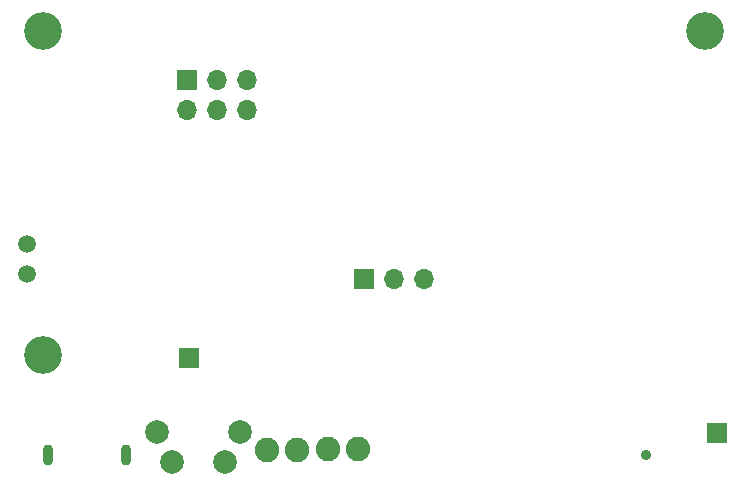
<source format=gbr>
%TF.GenerationSoftware,KiCad,Pcbnew,(5.1.9)-1*%
%TF.CreationDate,2021-02-04T12:48:35+01:00*%
%TF.ProjectId,Track-your-cat,54726163-6b2d-4796-9f75-722d6361742e,1*%
%TF.SameCoordinates,Original*%
%TF.FileFunction,Soldermask,Bot*%
%TF.FilePolarity,Negative*%
%FSLAX46Y46*%
G04 Gerber Fmt 4.6, Leading zero omitted, Abs format (unit mm)*
G04 Created by KiCad (PCBNEW (5.1.9)-1) date 2021-02-04 12:48:35*
%MOMM*%
%LPD*%
G01*
G04 APERTURE LIST*
%ADD10O,1.700000X1.700000*%
%ADD11R,1.700000X1.700000*%
%ADD12C,2.082800*%
%ADD13C,3.200000*%
%ADD14C,0.900000*%
%ADD15C,1.500000*%
%ADD16O,0.900000X1.800000*%
%ADD17C,0.500000*%
%ADD18C,2.000000*%
G04 APERTURE END LIST*
D10*
%TO.C,FTDI1*%
X61380000Y-82540000D03*
X61380000Y-80000000D03*
X58840000Y-82540000D03*
X58840000Y-80000000D03*
X56300000Y-82540000D03*
D11*
X56300000Y-80000000D03*
%TD*%
%TO.C,J5*%
X56500000Y-103500000D03*
%TD*%
%TO.C,J4*%
X101200000Y-109900000D03*
%TD*%
D12*
%TO.C,D2*%
X70800000Y-111250000D03*
X68260000Y-111250000D03*
%TD*%
D13*
%TO.C,H1*%
X100200000Y-75800000D03*
%TD*%
%TO.C,H1*%
X44100000Y-75800000D03*
%TD*%
%TO.C,H1*%
X44100000Y-103300000D03*
%TD*%
D12*
%TO.C,D1*%
X63100000Y-111300000D03*
X65640000Y-111300000D03*
%TD*%
D14*
%TO.C,SW1*%
X95200000Y-111700000D03*
%TD*%
D15*
%TO.C,TH1*%
X42750000Y-93900000D03*
X42750000Y-96400000D03*
%TD*%
D16*
%TO.C,J2*%
X51200000Y-111750000D03*
X44600000Y-111750000D03*
D17*
X51200000Y-111750000D03*
X44600000Y-111750000D03*
%TD*%
D11*
%TO.C,J6*%
X71320000Y-96800000D03*
D10*
X73860000Y-96800000D03*
X76400000Y-96800000D03*
%TD*%
D18*
%TO.C,SW2*%
X60800000Y-109800000D03*
X59550000Y-112300000D03*
X55050000Y-112300000D03*
X53800000Y-109800000D03*
%TD*%
M02*

</source>
